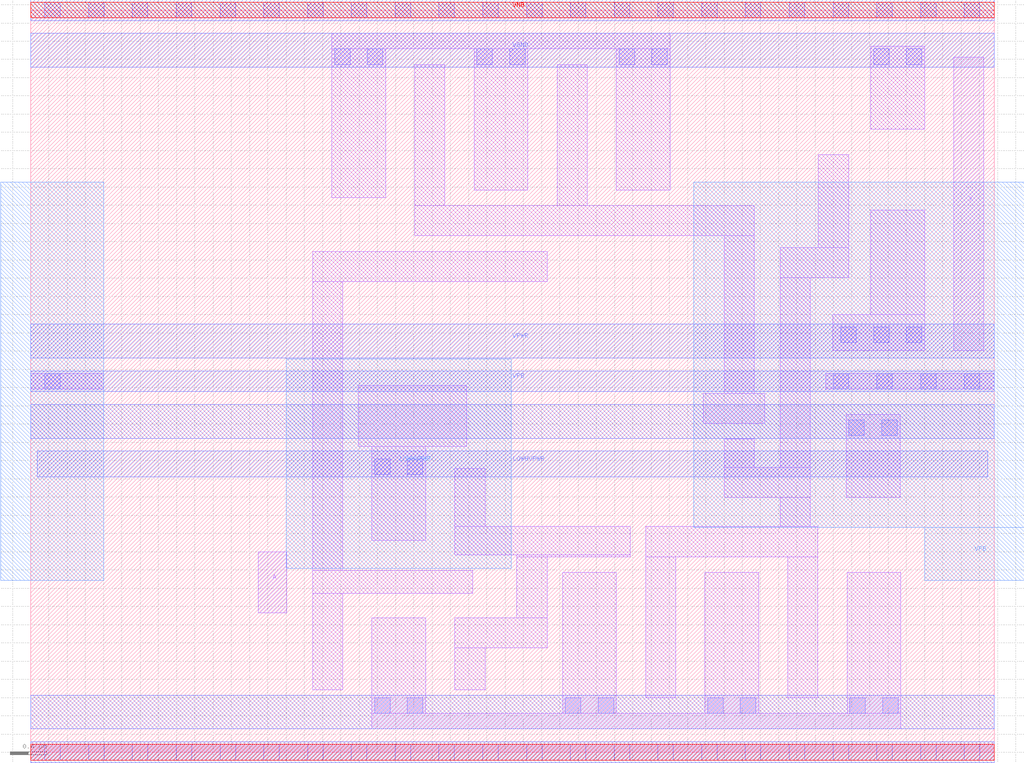
<source format=lef>
# Copyright 2020 The SkyWater PDK Authors
#
# Licensed under the Apache License, Version 2.0 (the "License");
# you may not use this file except in compliance with the License.
# You may obtain a copy of the License at
#
#     https://www.apache.org/licenses/LICENSE-2.0
#
# Unless required by applicable law or agreed to in writing, software
# distributed under the License is distributed on an "AS IS" BASIS,
# WITHOUT WARRANTIES OR CONDITIONS OF ANY KIND, either express or implied.
# See the License for the specific language governing permissions and
# limitations under the License.
#
# SPDX-License-Identifier: Apache-2.0

VERSION 5.7 ;
  NOWIREEXTENSIONATPIN ON ;
  DIVIDERCHAR "/" ;
  BUSBITCHARS "[]" ;
SITE unithvdbl
  SYMMETRY y ;
  CLASS CORE ;
  SIZE  10.56000 BY  8.140000 ;
END unithvdbl
MACRO sky130_fd_sc_hvl__lsbufhv2hv_lh_1
  CLASS CORE ;
  FOREIGN sky130_fd_sc_hvl__lsbufhv2hv_lh_1 ;
  ORIGIN  0.000000  0.000000 ;
  SIZE  10.56000 BY  8.140000 ;
  SYMMETRY X Y ;
  SITE unithvdbl ;
  PIN A
    ANTENNAGATEAREA  0.750000 ;
    DIRECTION INPUT ;
    USE SIGNAL ;
    PORT
      LAYER li1 ;
        RECT 2.495000 1.530000 2.805000 2.200000 ;
    END
  END A
  PIN X
    ANTENNADIFFAREA  0.596250 ;
    DIRECTION OUTPUT ;
    USE SIGNAL ;
    PORT
      LAYER li1 ;
        RECT 10.120000 4.405000 10.450000 7.625000 ;
    END
  END X
  PIN LOWHVPWR
    DIRECTION INOUT ;
    USE POWER ;
    PORT
      LAYER met1 ;
        RECT 0.070000 3.020000 10.490000 3.305000 ;
      LAYER nwell ;
        RECT 2.800000 2.015000 5.270000 4.315000 ;
    END
  END LOWHVPWR
  PIN VGND
    DIRECTION INOUT ;
    USE GROUND ;
    PORT
      LAYER met1 ;
        RECT 0.000000 7.515000 10.560000 7.885000 ;
    END
  END VGND
  PIN VNB
    DIRECTION INOUT ;
    USE GROUND ;
    PORT
      LAYER met1 ;
        RECT 0.000000 8.025000 10.560000 8.255000 ;
      LAYER pwell ;
        RECT 0.000000 8.055000 10.560000 8.225000 ;
    END
  END VNB
  PIN VPB
    DIRECTION INOUT ;
    USE POWER ;
    PORT
      LAYER met1 ;
        RECT 0.000000 3.955000 10.560000 4.185000 ;
      LAYER nwell ;
        RECT -0.330000 1.885000  0.800000 6.255000 ;
        RECT  7.270000 2.465000 10.890000 6.255000 ;
        RECT  9.800000 1.885000 10.890000 2.465000 ;
    END
  END VPB
  PIN VPWR
    DIRECTION INOUT ;
    USE POWER ;
    PORT
      LAYER met1 ;
        RECT 0.000000 4.325000 10.560000 4.695000 ;
    END
  END VPWR
  OBS
    LAYER li1 ;
      RECT 0.000000 -0.085000 10.560000 0.085000 ;
      RECT 0.000000  3.985000  0.800000 4.155000 ;
      RECT 0.000000  8.055000 10.560000 8.225000 ;
      RECT 3.090000  0.685000  3.420000 1.745000 ;
      RECT 3.090000  1.745000  4.845000 1.995000 ;
      RECT 3.090000  1.995000  3.420000 5.165000 ;
      RECT 3.090000  5.165000  5.660000 5.495000 ;
      RECT 3.300000  6.085000  3.890000 7.715000 ;
      RECT 3.300000  7.715000  7.010000 7.885000 ;
      RECT 3.590000  3.355000  4.780000 4.025000 ;
      RECT 3.740000  0.255000  9.540000 0.425000 ;
      RECT 3.740000  0.425000  4.330000 1.475000 ;
      RECT 3.740000  2.325000  4.330000 3.355000 ;
      RECT 4.210000  5.665000  7.930000 5.995000 ;
      RECT 4.210000  5.995000  4.540000 7.545000 ;
      RECT 4.650000  0.685000  4.980000 1.145000 ;
      RECT 4.650000  1.145000  5.660000 1.475000 ;
      RECT 4.650000  2.165000  6.570000 2.475000 ;
      RECT 4.650000  2.475000  4.980000 3.115000 ;
      RECT 4.860000  6.165000  5.450000 7.715000 ;
      RECT 5.330000  1.475000  5.660000 2.145000 ;
      RECT 5.330000  2.145000  6.570000 2.165000 ;
      RECT 5.770000  5.995000  6.100000 7.545000 ;
      RECT 5.830000  0.425000  6.420000 1.975000 ;
      RECT 6.420000  6.165000  7.010000 7.715000 ;
      RECT 6.740000  0.595000  7.070000 2.145000 ;
      RECT 6.740000  2.145000  8.630000 2.475000 ;
      RECT 7.375000  3.605000  8.045000 3.935000 ;
      RECT 7.390000  0.425000  7.980000 1.975000 ;
      RECT 7.600000  2.795000  8.545000 3.125000 ;
      RECT 7.600000  3.125000  7.930000 3.435000 ;
      RECT 7.600000  3.935000  7.930000 5.665000 ;
      RECT 8.215000  2.475000  8.545000 2.795000 ;
      RECT 8.215000  3.125000  8.545000 5.205000 ;
      RECT 8.215000  5.205000  8.965000 5.535000 ;
      RECT 8.300000  0.595000  8.630000 2.145000 ;
      RECT 8.635000  5.535000  8.965000 6.555000 ;
      RECT 8.715000  3.985000 10.560000 4.155000 ;
      RECT 8.790000  4.405000  9.800000 4.800000 ;
      RECT 8.940000  2.795000  9.530000 3.705000 ;
      RECT 8.950000  0.425000  9.540000 1.975000 ;
      RECT 9.210000  4.800000  9.800000 5.945000 ;
      RECT 9.210000  6.835000  9.800000 7.745000 ;
    LAYER mcon ;
      RECT  0.155000 -0.085000  0.325000 0.085000 ;
      RECT  0.155000  3.985000  0.325000 4.155000 ;
      RECT  0.155000  8.055000  0.325000 8.225000 ;
      RECT  0.635000 -0.085000  0.805000 0.085000 ;
      RECT  0.635000  8.055000  0.805000 8.225000 ;
      RECT  1.115000 -0.085000  1.285000 0.085000 ;
      RECT  1.115000  8.055000  1.285000 8.225000 ;
      RECT  1.595000 -0.085000  1.765000 0.085000 ;
      RECT  1.595000  8.055000  1.765000 8.225000 ;
      RECT  2.075000 -0.085000  2.245000 0.085000 ;
      RECT  2.075000  8.055000  2.245000 8.225000 ;
      RECT  2.555000 -0.085000  2.725000 0.085000 ;
      RECT  2.555000  8.055000  2.725000 8.225000 ;
      RECT  3.035000 -0.085000  3.205000 0.085000 ;
      RECT  3.035000  8.055000  3.205000 8.225000 ;
      RECT  3.330000  7.545000  3.500000 7.715000 ;
      RECT  3.515000 -0.085000  3.685000 0.085000 ;
      RECT  3.515000  8.055000  3.685000 8.225000 ;
      RECT  3.690000  7.545000  3.860000 7.715000 ;
      RECT  3.770000  0.425000  3.940000 0.595000 ;
      RECT  3.770000  3.050000  3.940000 3.220000 ;
      RECT  3.995000 -0.085000  4.165000 0.085000 ;
      RECT  3.995000  8.055000  4.165000 8.225000 ;
      RECT  4.130000  0.425000  4.300000 0.595000 ;
      RECT  4.130000  3.050000  4.300000 3.220000 ;
      RECT  4.475000 -0.085000  4.645000 0.085000 ;
      RECT  4.475000  8.055000  4.645000 8.225000 ;
      RECT  4.890000  7.545000  5.060000 7.715000 ;
      RECT  4.955000 -0.085000  5.125000 0.085000 ;
      RECT  4.955000  8.055000  5.125000 8.225000 ;
      RECT  5.250000  7.545000  5.420000 7.715000 ;
      RECT  5.435000 -0.085000  5.605000 0.085000 ;
      RECT  5.435000  8.055000  5.605000 8.225000 ;
      RECT  5.860000  0.425000  6.030000 0.595000 ;
      RECT  5.915000 -0.085000  6.085000 0.085000 ;
      RECT  5.915000  8.055000  6.085000 8.225000 ;
      RECT  6.220000  0.425000  6.390000 0.595000 ;
      RECT  6.395000 -0.085000  6.565000 0.085000 ;
      RECT  6.395000  8.055000  6.565000 8.225000 ;
      RECT  6.450000  7.545000  6.620000 7.715000 ;
      RECT  6.810000  7.545000  6.980000 7.715000 ;
      RECT  6.875000 -0.085000  7.045000 0.085000 ;
      RECT  6.875000  8.055000  7.045000 8.225000 ;
      RECT  7.355000 -0.085000  7.525000 0.085000 ;
      RECT  7.355000  8.055000  7.525000 8.225000 ;
      RECT  7.420000  0.425000  7.590000 0.595000 ;
      RECT  7.780000  0.425000  7.950000 0.595000 ;
      RECT  7.835000 -0.085000  8.005000 0.085000 ;
      RECT  7.835000  8.055000  8.005000 8.225000 ;
      RECT  8.315000 -0.085000  8.485000 0.085000 ;
      RECT  8.315000  8.055000  8.485000 8.225000 ;
      RECT  8.795000 -0.085000  8.965000 0.085000 ;
      RECT  8.795000  3.985000  8.965000 4.155000 ;
      RECT  8.795000  8.055000  8.965000 8.225000 ;
      RECT  8.880000  4.495000  9.050000 4.665000 ;
      RECT  8.970000  3.475000  9.140000 3.645000 ;
      RECT  8.980000  0.425000  9.150000 0.595000 ;
      RECT  9.240000  4.495000  9.410000 4.665000 ;
      RECT  9.240000  7.545000  9.410000 7.715000 ;
      RECT  9.275000 -0.085000  9.445000 0.085000 ;
      RECT  9.275000  3.985000  9.445000 4.155000 ;
      RECT  9.275000  8.055000  9.445000 8.225000 ;
      RECT  9.330000  3.475000  9.500000 3.645000 ;
      RECT  9.340000  0.425000  9.510000 0.595000 ;
      RECT  9.600000  4.495000  9.770000 4.665000 ;
      RECT  9.600000  7.545000  9.770000 7.715000 ;
      RECT  9.755000 -0.085000  9.925000 0.085000 ;
      RECT  9.755000  3.985000  9.925000 4.155000 ;
      RECT  9.755000  8.055000  9.925000 8.225000 ;
      RECT 10.235000 -0.085000 10.405000 0.085000 ;
      RECT 10.235000  3.985000 10.405000 4.155000 ;
      RECT 10.235000  8.055000 10.405000 8.225000 ;
    LAYER met1 ;
      RECT 0.000000 -0.115000 10.560000 0.115000 ;
      RECT 0.000000  0.255000 10.560000 0.625000 ;
      RECT 0.000000  3.445000 10.560000 3.815000 ;
    LAYER pwell ;
      RECT 0.000000 -0.085000 10.560000 0.085000 ;
  END
END sky130_fd_sc_hvl__lsbufhv2hv_lh_1
END LIBRARY

</source>
